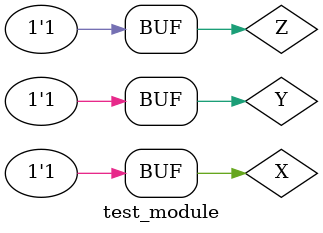
<source format=v>

module PoS (output S, input X, Y, Z); // maxtermos
    assign S = (X  | Y  | Z ) & // M0
               (X  | ~Y | Z ) & // M2
               (X  | ~Y | ~Z) & // M3
               (~X | ~Y | Z ) & // M6
               (~X | ~Y | ~Z) ; // M7
endmodule // PoS


// ---------------------
// -- test_module
// ---------------------
module test_module;
    reg X, Y, Z;
    wire S1;

    // instancias
    PoS PoS1 (S1, X, Y, Z);
    
    // valores iniciais
    initial 
        begin: start
            X=1'bx; // indefinidos
            Y=1'bx; // indefinidos
            Z=1'bx; // indefinidos
        end

    // parte principal
    initial 
        begin: main
            // identificacao
            $display("Ex04b - Marcos Antonio Lommez - 771157");
            $display(" M (0, 2, 3, 6, 7) ");

            // monitoramento
            $display(" X | Y | Z = ");
            $monitor("%2b |%2b |%2b =    %2b", X, Y, Z, S1);
            
            // sinalizacao
            #1 X=0; Y=0; Z=0;
            #1 X=0; Y=0; Z=1;
            #1 X=0; Y=1; Z=0;
            #1 X=0; Y=1; Z=1;
            #1 X=1; Y=0; Z=0;
            #1 X=1; Y=0; Z=1;
            #1 X=1; Y=1; Z=0;
            #1 X=1; Y=1; Z=1;
        end
endmodule // test_module
</source>
